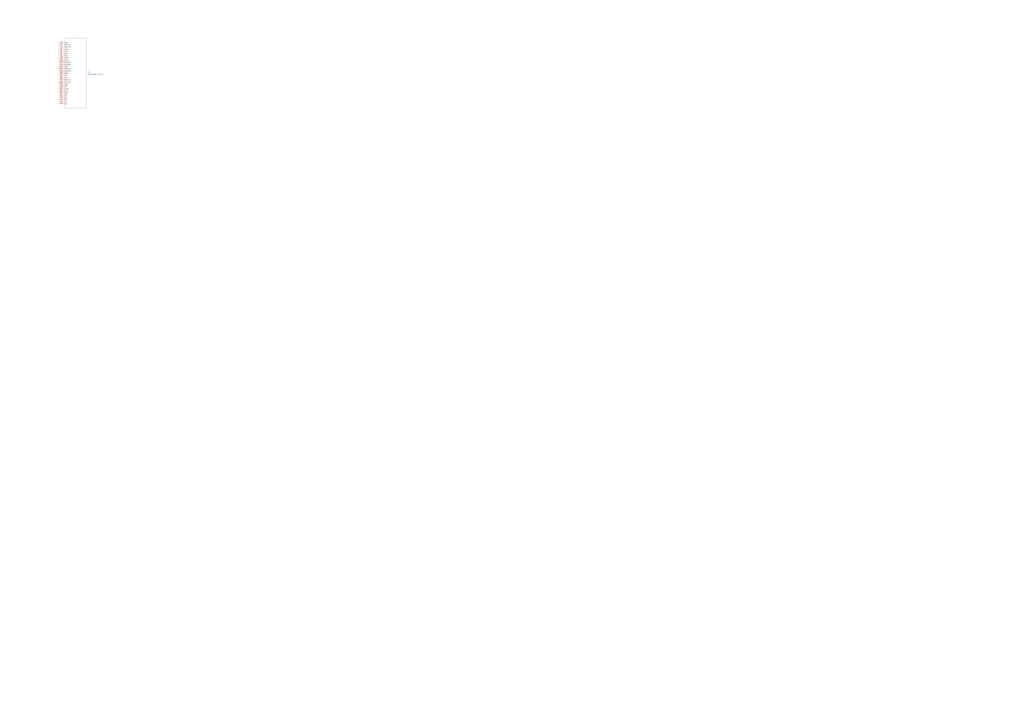
<source format=kicad_sch>
(kicad_sch (version 20230121) (generator eeschema)
  (paper "A0")
  (lib_symbols
    (symbol "2024-01-16_23-17-28:USB4056-03-A" (pin_names (offset 0.254))
      (property "Reference" "J1" (at 34.29 -34.29 0))
      (property "Value" "USB4056-03-A" (at 34.29 -36.83 0))
      (symbol "USB4056-03-A_0_1"
        (polyline (pts (xy 7.62 -76.2) (xy 33.02 -76.2)) (stroke (width 0.127)))
        (polyline (pts (xy 7.62 5.08) (xy 7.62 -76.2)) (stroke (width 0.127)))
        (polyline (pts (xy 33.02 -76.2) (xy 33.02 5.08)) (stroke (width 0.127)))
        (polyline (pts (xy 33.02 5.08) (xy 7.62 5.08)) (stroke (width 0.127)))
        (pin unspecified line (at 0 -63.5 0) (length 7.62) (name "25") (number "25"))
        (pin unspecified line (at 0 -38.1 0) (length 7.62) (name "26") (number "26"))
        (pin unspecified line (at 0 -68.58 0) (length 7.62) (name "27") (number "27"))
        (pin unspecified line (at 0 -50.8 0) (length 7.62) (name "28") (number "28"))
        (pin unspecified line (at 0 -71.12 0) (length 7.62) (name "29") (number "29"))
        (pin unspecified line (at 0 -66.04 0) (length 7.62) (name "B1") (number "B1"))
        (pin unspecified line (at 0 -60.96 0) (length 7.62) (name "B4") (number "B4"))
      )
      (symbol "USB4056-03-A_1_1"
        (pin unspecified line (at 0 0 0) (length 7.62) (name "GND") (number "A1"))
        (pin unspecified line (at 0 -22.86 0) (length 7.62) (name "SSRXn2") (number "A10"))
        (pin unspecified line (at 0 -25.4 0) (length 7.62) (name "SSRXp2") (number "A11"))
        (pin unspecified line (at 0 -27.94 0) (length 7.62) (name "GND") (number "A12"))
        (pin unspecified line (at 0 -2.54 0) (length 7.62) (name "SSTXp1") (number "A2"))
        (pin unspecified line (at 0 -5.08 0) (length 7.62) (name "SSTXn1") (number "A3"))
        (pin unspecified line (at 0 -7.62 0) (length 7.62) (name "Vbus") (number "A4"))
        (pin unspecified line (at 0 -10.16 0) (length 7.62) (name "CC1") (number "A5"))
        (pin unspecified line (at 0 -12.7 0) (length 7.62) (name "Dp1") (number "A6"))
        (pin unspecified line (at 0 -15.24 0) (length 7.62) (name "Dn1") (number "A7"))
        (pin unspecified line (at 0 -17.78 0) (length 7.62) (name "SBU1") (number "A8"))
        (pin unspecified line (at 0 -20.32 0) (length 7.62) (name "Vbus") (number "A9"))
        (pin unspecified line (at 0 -33.02 0) (length 7.62) (name "SSRXn1") (number "B10"))
        (pin unspecified line (at 0 -30.48 0) (length 7.62) (name "SSRXp1") (number "B11"))
        (pin unspecified line (at 0 -48.26 0) (length 7.62) (name "GND") (number "B12"))
        (pin unspecified line (at 0 -45.72 0) (length 7.62) (name "SSTXp2") (number "B2"))
        (pin unspecified line (at 0 -43.18 0) (length 7.62) (name "SSTXn2") (number "B3"))
        (pin unspecified line (at 0 -40.64 0) (length 7.62) (name "CC2") (number "B5"))
        (pin unspecified line (at 0 -58.42 0) (length 7.62) (name "Dp2") (number "B6"))
        (pin unspecified line (at 0 -55.88 0) (length 7.62) (name "Dn2") (number "B7"))
        (pin unspecified line (at 0 -35.56 0) (length 7.62) (name "SBU2") (number "B8"))
        (pin unspecified line (at 0 -53.34 0) (length 7.62) (name "Vbus") (number "B9"))
      )
    )
  )
  (symbol (lib_id "2024-01-16_23-17-28:USB4056-03-A") (at 67.31 49.53 0) (unit 1)
    (property "Reference" "J1" (at 101.6 83.82 0) (effects (font (size 1.524 1.524)) (justify left)))
    (property "Value" "USB4056-03-A" (at 101.6 86.36 0) (effects (font (size 1.524 1.524)) (justify left)))
    (property "Footprint" "USB4056-03-A:CONN24_4056-03-A_GCT" (effects hide))
    (property "Datasheet" "USB4056-03-A" (effects hide))
  )
)
</source>
